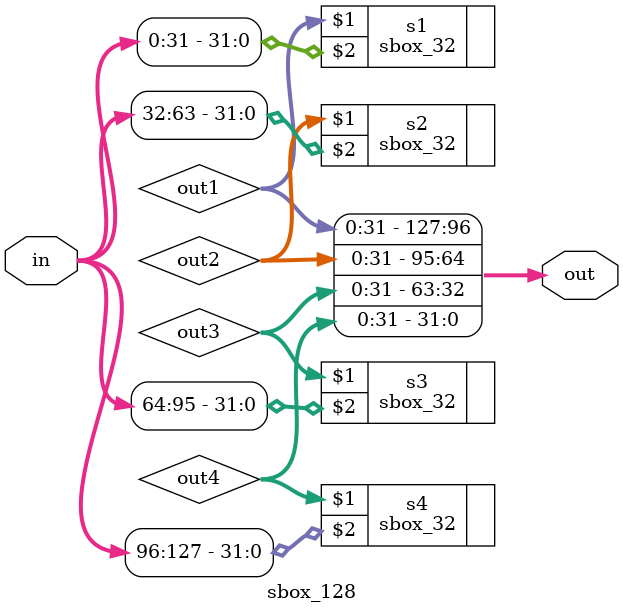
<source format=v>
module sbox_128 (input [0:127] in,output reg [0:127] out);
wire [0:31]out1;
wire [0:31]out2;
wire [0:31]out3;
wire [0:31]out4;
sbox_32 s1(out1,in[0:31]);
sbox_32 s2(out2,in[32:63]);
sbox_32 s3(out3,in[64:95]);
sbox_32 s4(out4,in[96:127]);
always@(*) begin
out[0:31]=out1;
out[32:63]=out2;
out[64:95]=out3;
out[96:127]=out4;
end
endmodule

</source>
